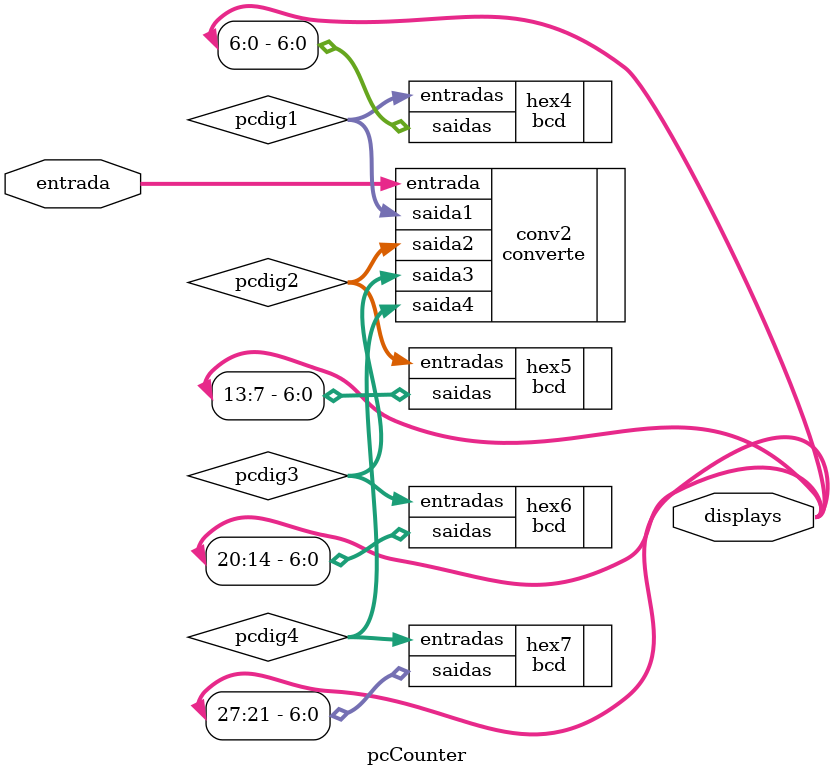
<source format=v>
module pcCounter
	(
	input [31:0] entrada,
	output [27:0] displays);
	
	/* Saídas do extrator de dígitos */
	wire [3:0] pcdig1;
	wire [3:0] pcdig2;
	wire [3:0] pcdig3;
	wire [3:0] pcdig4;

	converte conv2(
		.entrada(entrada),
		.saida1(pcdig1),
		.saida2(pcdig2),
		.saida3(pcdig3),
		.saida4(pcdig4));
	
	bcd hex7(
		.entradas(pcdig4),
		.saidas(displays[27:21]));
	
	bcd hex6(
		.entradas(pcdig3),
		.saidas(displays[20:14]));
		
	bcd hex5(
		.entradas(pcdig2),
		.saidas(displays[13:7]));
		
	bcd hex4(
		.entradas(pcdig1),
		.saidas(displays[6:0]));

endmodule

</source>
